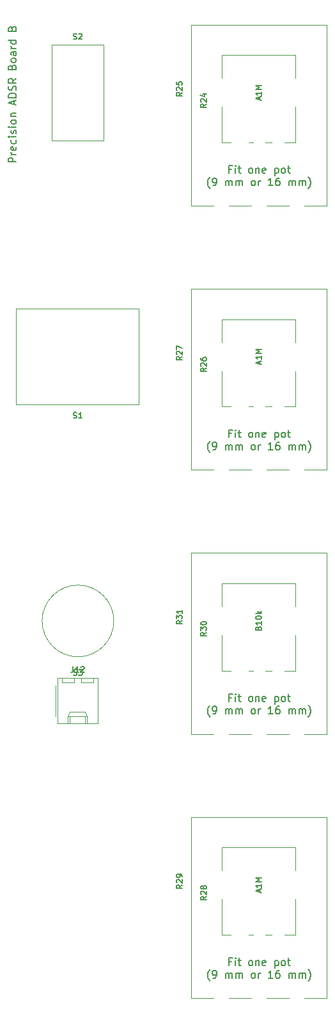
<source format=gbr>
%TF.GenerationSoftware,KiCad,Pcbnew,5.1.10-88a1d61d58~90~ubuntu20.04.1*%
%TF.CreationDate,2021-08-07T13:39:56-04:00*%
%TF.ProjectId,precadsr,70726563-6164-4737-922e-6b696361645f,rev?*%
%TF.SameCoordinates,Original*%
%TF.FileFunction,Legend,Top*%
%TF.FilePolarity,Positive*%
%FSLAX46Y46*%
G04 Gerber Fmt 4.6, Leading zero omitted, Abs format (unit mm)*
G04 Created by KiCad (PCBNEW 5.1.10-88a1d61d58~90~ubuntu20.04.1) date 2021-08-07 13:39:56*
%MOMM*%
%LPD*%
G01*
G04 APERTURE LIST*
%ADD10C,0.150000*%
%ADD11C,0.120000*%
G04 APERTURE END LIST*
D10*
X46371333Y-155157571D02*
X46038000Y-155157571D01*
X46038000Y-155681380D02*
X46038000Y-154681380D01*
X46514190Y-154681380D01*
X46895142Y-155681380D02*
X46895142Y-155014714D01*
X46895142Y-154681380D02*
X46847523Y-154729000D01*
X46895142Y-154776619D01*
X46942761Y-154729000D01*
X46895142Y-154681380D01*
X46895142Y-154776619D01*
X47228476Y-155014714D02*
X47609428Y-155014714D01*
X47371333Y-154681380D02*
X47371333Y-155538523D01*
X47418952Y-155633761D01*
X47514190Y-155681380D01*
X47609428Y-155681380D01*
X48847523Y-155681380D02*
X48752285Y-155633761D01*
X48704666Y-155586142D01*
X48657047Y-155490904D01*
X48657047Y-155205190D01*
X48704666Y-155109952D01*
X48752285Y-155062333D01*
X48847523Y-155014714D01*
X48990380Y-155014714D01*
X49085619Y-155062333D01*
X49133238Y-155109952D01*
X49180857Y-155205190D01*
X49180857Y-155490904D01*
X49133238Y-155586142D01*
X49085619Y-155633761D01*
X48990380Y-155681380D01*
X48847523Y-155681380D01*
X49609428Y-155014714D02*
X49609428Y-155681380D01*
X49609428Y-155109952D02*
X49657047Y-155062333D01*
X49752285Y-155014714D01*
X49895142Y-155014714D01*
X49990380Y-155062333D01*
X50038000Y-155157571D01*
X50038000Y-155681380D01*
X50895142Y-155633761D02*
X50799904Y-155681380D01*
X50609428Y-155681380D01*
X50514190Y-155633761D01*
X50466571Y-155538523D01*
X50466571Y-155157571D01*
X50514190Y-155062333D01*
X50609428Y-155014714D01*
X50799904Y-155014714D01*
X50895142Y-155062333D01*
X50942761Y-155157571D01*
X50942761Y-155252809D01*
X50466571Y-155348047D01*
X52133238Y-155014714D02*
X52133238Y-156014714D01*
X52133238Y-155062333D02*
X52228476Y-155014714D01*
X52418952Y-155014714D01*
X52514190Y-155062333D01*
X52561809Y-155109952D01*
X52609428Y-155205190D01*
X52609428Y-155490904D01*
X52561809Y-155586142D01*
X52514190Y-155633761D01*
X52418952Y-155681380D01*
X52228476Y-155681380D01*
X52133238Y-155633761D01*
X53180857Y-155681380D02*
X53085619Y-155633761D01*
X53038000Y-155586142D01*
X52990380Y-155490904D01*
X52990380Y-155205190D01*
X53038000Y-155109952D01*
X53085619Y-155062333D01*
X53180857Y-155014714D01*
X53323714Y-155014714D01*
X53418952Y-155062333D01*
X53466571Y-155109952D01*
X53514190Y-155205190D01*
X53514190Y-155490904D01*
X53466571Y-155586142D01*
X53418952Y-155633761D01*
X53323714Y-155681380D01*
X53180857Y-155681380D01*
X53799904Y-155014714D02*
X54180857Y-155014714D01*
X53942761Y-154681380D02*
X53942761Y-155538523D01*
X53990380Y-155633761D01*
X54085619Y-155681380D01*
X54180857Y-155681380D01*
X43514190Y-157712333D02*
X43466571Y-157664714D01*
X43371333Y-157521857D01*
X43323714Y-157426619D01*
X43276095Y-157283761D01*
X43228476Y-157045666D01*
X43228476Y-156855190D01*
X43276095Y-156617095D01*
X43323714Y-156474238D01*
X43371333Y-156379000D01*
X43466571Y-156236142D01*
X43514190Y-156188523D01*
X43942761Y-157331380D02*
X44133238Y-157331380D01*
X44228476Y-157283761D01*
X44276095Y-157236142D01*
X44371333Y-157093285D01*
X44418952Y-156902809D01*
X44418952Y-156521857D01*
X44371333Y-156426619D01*
X44323714Y-156379000D01*
X44228476Y-156331380D01*
X44038000Y-156331380D01*
X43942761Y-156379000D01*
X43895142Y-156426619D01*
X43847523Y-156521857D01*
X43847523Y-156759952D01*
X43895142Y-156855190D01*
X43942761Y-156902809D01*
X44038000Y-156950428D01*
X44228476Y-156950428D01*
X44323714Y-156902809D01*
X44371333Y-156855190D01*
X44418952Y-156759952D01*
X45609428Y-157331380D02*
X45609428Y-156664714D01*
X45609428Y-156759952D02*
X45657047Y-156712333D01*
X45752285Y-156664714D01*
X45895142Y-156664714D01*
X45990380Y-156712333D01*
X46038000Y-156807571D01*
X46038000Y-157331380D01*
X46038000Y-156807571D02*
X46085619Y-156712333D01*
X46180857Y-156664714D01*
X46323714Y-156664714D01*
X46418952Y-156712333D01*
X46466571Y-156807571D01*
X46466571Y-157331380D01*
X46942761Y-157331380D02*
X46942761Y-156664714D01*
X46942761Y-156759952D02*
X46990380Y-156712333D01*
X47085619Y-156664714D01*
X47228476Y-156664714D01*
X47323714Y-156712333D01*
X47371333Y-156807571D01*
X47371333Y-157331380D01*
X47371333Y-156807571D02*
X47418952Y-156712333D01*
X47514190Y-156664714D01*
X47657047Y-156664714D01*
X47752285Y-156712333D01*
X47799904Y-156807571D01*
X47799904Y-157331380D01*
X49180857Y-157331380D02*
X49085619Y-157283761D01*
X49038000Y-157236142D01*
X48990380Y-157140904D01*
X48990380Y-156855190D01*
X49038000Y-156759952D01*
X49085619Y-156712333D01*
X49180857Y-156664714D01*
X49323714Y-156664714D01*
X49418952Y-156712333D01*
X49466571Y-156759952D01*
X49514190Y-156855190D01*
X49514190Y-157140904D01*
X49466571Y-157236142D01*
X49418952Y-157283761D01*
X49323714Y-157331380D01*
X49180857Y-157331380D01*
X49942761Y-157331380D02*
X49942761Y-156664714D01*
X49942761Y-156855190D02*
X49990380Y-156759952D01*
X50038000Y-156712333D01*
X50133238Y-156664714D01*
X50228476Y-156664714D01*
X51847523Y-157331380D02*
X51276095Y-157331380D01*
X51561809Y-157331380D02*
X51561809Y-156331380D01*
X51466571Y-156474238D01*
X51371333Y-156569476D01*
X51276095Y-156617095D01*
X52704666Y-156331380D02*
X52514190Y-156331380D01*
X52418952Y-156379000D01*
X52371333Y-156426619D01*
X52276095Y-156569476D01*
X52228476Y-156759952D01*
X52228476Y-157140904D01*
X52276095Y-157236142D01*
X52323714Y-157283761D01*
X52418952Y-157331380D01*
X52609428Y-157331380D01*
X52704666Y-157283761D01*
X52752285Y-157236142D01*
X52799904Y-157140904D01*
X52799904Y-156902809D01*
X52752285Y-156807571D01*
X52704666Y-156759952D01*
X52609428Y-156712333D01*
X52418952Y-156712333D01*
X52323714Y-156759952D01*
X52276095Y-156807571D01*
X52228476Y-156902809D01*
X53990380Y-157331380D02*
X53990380Y-156664714D01*
X53990380Y-156759952D02*
X54038000Y-156712333D01*
X54133238Y-156664714D01*
X54276095Y-156664714D01*
X54371333Y-156712333D01*
X54418952Y-156807571D01*
X54418952Y-157331380D01*
X54418952Y-156807571D02*
X54466571Y-156712333D01*
X54561809Y-156664714D01*
X54704666Y-156664714D01*
X54799904Y-156712333D01*
X54847523Y-156807571D01*
X54847523Y-157331380D01*
X55323714Y-157331380D02*
X55323714Y-156664714D01*
X55323714Y-156759952D02*
X55371333Y-156712333D01*
X55466571Y-156664714D01*
X55609428Y-156664714D01*
X55704666Y-156712333D01*
X55752285Y-156807571D01*
X55752285Y-157331380D01*
X55752285Y-156807571D02*
X55799904Y-156712333D01*
X55895142Y-156664714D01*
X56038000Y-156664714D01*
X56133238Y-156712333D01*
X56180857Y-156807571D01*
X56180857Y-157331380D01*
X56561809Y-157712333D02*
X56609428Y-157664714D01*
X56704666Y-157521857D01*
X56752285Y-157426619D01*
X56799904Y-157283761D01*
X56847523Y-157045666D01*
X56847523Y-156855190D01*
X56799904Y-156617095D01*
X56752285Y-156474238D01*
X56704666Y-156379000D01*
X56609428Y-156236142D01*
X56561809Y-156188523D01*
X46371333Y-120157571D02*
X46038000Y-120157571D01*
X46038000Y-120681380D02*
X46038000Y-119681380D01*
X46514190Y-119681380D01*
X46895142Y-120681380D02*
X46895142Y-120014714D01*
X46895142Y-119681380D02*
X46847523Y-119729000D01*
X46895142Y-119776619D01*
X46942761Y-119729000D01*
X46895142Y-119681380D01*
X46895142Y-119776619D01*
X47228476Y-120014714D02*
X47609428Y-120014714D01*
X47371333Y-119681380D02*
X47371333Y-120538523D01*
X47418952Y-120633761D01*
X47514190Y-120681380D01*
X47609428Y-120681380D01*
X48847523Y-120681380D02*
X48752285Y-120633761D01*
X48704666Y-120586142D01*
X48657047Y-120490904D01*
X48657047Y-120205190D01*
X48704666Y-120109952D01*
X48752285Y-120062333D01*
X48847523Y-120014714D01*
X48990380Y-120014714D01*
X49085619Y-120062333D01*
X49133238Y-120109952D01*
X49180857Y-120205190D01*
X49180857Y-120490904D01*
X49133238Y-120586142D01*
X49085619Y-120633761D01*
X48990380Y-120681380D01*
X48847523Y-120681380D01*
X49609428Y-120014714D02*
X49609428Y-120681380D01*
X49609428Y-120109952D02*
X49657047Y-120062333D01*
X49752285Y-120014714D01*
X49895142Y-120014714D01*
X49990380Y-120062333D01*
X50038000Y-120157571D01*
X50038000Y-120681380D01*
X50895142Y-120633761D02*
X50799904Y-120681380D01*
X50609428Y-120681380D01*
X50514190Y-120633761D01*
X50466571Y-120538523D01*
X50466571Y-120157571D01*
X50514190Y-120062333D01*
X50609428Y-120014714D01*
X50799904Y-120014714D01*
X50895142Y-120062333D01*
X50942761Y-120157571D01*
X50942761Y-120252809D01*
X50466571Y-120348047D01*
X52133238Y-120014714D02*
X52133238Y-121014714D01*
X52133238Y-120062333D02*
X52228476Y-120014714D01*
X52418952Y-120014714D01*
X52514190Y-120062333D01*
X52561809Y-120109952D01*
X52609428Y-120205190D01*
X52609428Y-120490904D01*
X52561809Y-120586142D01*
X52514190Y-120633761D01*
X52418952Y-120681380D01*
X52228476Y-120681380D01*
X52133238Y-120633761D01*
X53180857Y-120681380D02*
X53085619Y-120633761D01*
X53038000Y-120586142D01*
X52990380Y-120490904D01*
X52990380Y-120205190D01*
X53038000Y-120109952D01*
X53085619Y-120062333D01*
X53180857Y-120014714D01*
X53323714Y-120014714D01*
X53418952Y-120062333D01*
X53466571Y-120109952D01*
X53514190Y-120205190D01*
X53514190Y-120490904D01*
X53466571Y-120586142D01*
X53418952Y-120633761D01*
X53323714Y-120681380D01*
X53180857Y-120681380D01*
X53799904Y-120014714D02*
X54180857Y-120014714D01*
X53942761Y-119681380D02*
X53942761Y-120538523D01*
X53990380Y-120633761D01*
X54085619Y-120681380D01*
X54180857Y-120681380D01*
X43514190Y-122712333D02*
X43466571Y-122664714D01*
X43371333Y-122521857D01*
X43323714Y-122426619D01*
X43276095Y-122283761D01*
X43228476Y-122045666D01*
X43228476Y-121855190D01*
X43276095Y-121617095D01*
X43323714Y-121474238D01*
X43371333Y-121379000D01*
X43466571Y-121236142D01*
X43514190Y-121188523D01*
X43942761Y-122331380D02*
X44133238Y-122331380D01*
X44228476Y-122283761D01*
X44276095Y-122236142D01*
X44371333Y-122093285D01*
X44418952Y-121902809D01*
X44418952Y-121521857D01*
X44371333Y-121426619D01*
X44323714Y-121379000D01*
X44228476Y-121331380D01*
X44038000Y-121331380D01*
X43942761Y-121379000D01*
X43895142Y-121426619D01*
X43847523Y-121521857D01*
X43847523Y-121759952D01*
X43895142Y-121855190D01*
X43942761Y-121902809D01*
X44038000Y-121950428D01*
X44228476Y-121950428D01*
X44323714Y-121902809D01*
X44371333Y-121855190D01*
X44418952Y-121759952D01*
X45609428Y-122331380D02*
X45609428Y-121664714D01*
X45609428Y-121759952D02*
X45657047Y-121712333D01*
X45752285Y-121664714D01*
X45895142Y-121664714D01*
X45990380Y-121712333D01*
X46038000Y-121807571D01*
X46038000Y-122331380D01*
X46038000Y-121807571D02*
X46085619Y-121712333D01*
X46180857Y-121664714D01*
X46323714Y-121664714D01*
X46418952Y-121712333D01*
X46466571Y-121807571D01*
X46466571Y-122331380D01*
X46942761Y-122331380D02*
X46942761Y-121664714D01*
X46942761Y-121759952D02*
X46990380Y-121712333D01*
X47085619Y-121664714D01*
X47228476Y-121664714D01*
X47323714Y-121712333D01*
X47371333Y-121807571D01*
X47371333Y-122331380D01*
X47371333Y-121807571D02*
X47418952Y-121712333D01*
X47514190Y-121664714D01*
X47657047Y-121664714D01*
X47752285Y-121712333D01*
X47799904Y-121807571D01*
X47799904Y-122331380D01*
X49180857Y-122331380D02*
X49085619Y-122283761D01*
X49038000Y-122236142D01*
X48990380Y-122140904D01*
X48990380Y-121855190D01*
X49038000Y-121759952D01*
X49085619Y-121712333D01*
X49180857Y-121664714D01*
X49323714Y-121664714D01*
X49418952Y-121712333D01*
X49466571Y-121759952D01*
X49514190Y-121855190D01*
X49514190Y-122140904D01*
X49466571Y-122236142D01*
X49418952Y-122283761D01*
X49323714Y-122331380D01*
X49180857Y-122331380D01*
X49942761Y-122331380D02*
X49942761Y-121664714D01*
X49942761Y-121855190D02*
X49990380Y-121759952D01*
X50038000Y-121712333D01*
X50133238Y-121664714D01*
X50228476Y-121664714D01*
X51847523Y-122331380D02*
X51276095Y-122331380D01*
X51561809Y-122331380D02*
X51561809Y-121331380D01*
X51466571Y-121474238D01*
X51371333Y-121569476D01*
X51276095Y-121617095D01*
X52704666Y-121331380D02*
X52514190Y-121331380D01*
X52418952Y-121379000D01*
X52371333Y-121426619D01*
X52276095Y-121569476D01*
X52228476Y-121759952D01*
X52228476Y-122140904D01*
X52276095Y-122236142D01*
X52323714Y-122283761D01*
X52418952Y-122331380D01*
X52609428Y-122331380D01*
X52704666Y-122283761D01*
X52752285Y-122236142D01*
X52799904Y-122140904D01*
X52799904Y-121902809D01*
X52752285Y-121807571D01*
X52704666Y-121759952D01*
X52609428Y-121712333D01*
X52418952Y-121712333D01*
X52323714Y-121759952D01*
X52276095Y-121807571D01*
X52228476Y-121902809D01*
X53990380Y-122331380D02*
X53990380Y-121664714D01*
X53990380Y-121759952D02*
X54038000Y-121712333D01*
X54133238Y-121664714D01*
X54276095Y-121664714D01*
X54371333Y-121712333D01*
X54418952Y-121807571D01*
X54418952Y-122331380D01*
X54418952Y-121807571D02*
X54466571Y-121712333D01*
X54561809Y-121664714D01*
X54704666Y-121664714D01*
X54799904Y-121712333D01*
X54847523Y-121807571D01*
X54847523Y-122331380D01*
X55323714Y-122331380D02*
X55323714Y-121664714D01*
X55323714Y-121759952D02*
X55371333Y-121712333D01*
X55466571Y-121664714D01*
X55609428Y-121664714D01*
X55704666Y-121712333D01*
X55752285Y-121807571D01*
X55752285Y-122331380D01*
X55752285Y-121807571D02*
X55799904Y-121712333D01*
X55895142Y-121664714D01*
X56038000Y-121664714D01*
X56133238Y-121712333D01*
X56180857Y-121807571D01*
X56180857Y-122331380D01*
X56561809Y-122712333D02*
X56609428Y-122664714D01*
X56704666Y-122521857D01*
X56752285Y-122426619D01*
X56799904Y-122283761D01*
X56847523Y-122045666D01*
X56847523Y-121855190D01*
X56799904Y-121617095D01*
X56752285Y-121474238D01*
X56704666Y-121379000D01*
X56609428Y-121236142D01*
X56561809Y-121188523D01*
X46371333Y-85157571D02*
X46038000Y-85157571D01*
X46038000Y-85681380D02*
X46038000Y-84681380D01*
X46514190Y-84681380D01*
X46895142Y-85681380D02*
X46895142Y-85014714D01*
X46895142Y-84681380D02*
X46847523Y-84729000D01*
X46895142Y-84776619D01*
X46942761Y-84729000D01*
X46895142Y-84681380D01*
X46895142Y-84776619D01*
X47228476Y-85014714D02*
X47609428Y-85014714D01*
X47371333Y-84681380D02*
X47371333Y-85538523D01*
X47418952Y-85633761D01*
X47514190Y-85681380D01*
X47609428Y-85681380D01*
X48847523Y-85681380D02*
X48752285Y-85633761D01*
X48704666Y-85586142D01*
X48657047Y-85490904D01*
X48657047Y-85205190D01*
X48704666Y-85109952D01*
X48752285Y-85062333D01*
X48847523Y-85014714D01*
X48990380Y-85014714D01*
X49085619Y-85062333D01*
X49133238Y-85109952D01*
X49180857Y-85205190D01*
X49180857Y-85490904D01*
X49133238Y-85586142D01*
X49085619Y-85633761D01*
X48990380Y-85681380D01*
X48847523Y-85681380D01*
X49609428Y-85014714D02*
X49609428Y-85681380D01*
X49609428Y-85109952D02*
X49657047Y-85062333D01*
X49752285Y-85014714D01*
X49895142Y-85014714D01*
X49990380Y-85062333D01*
X50038000Y-85157571D01*
X50038000Y-85681380D01*
X50895142Y-85633761D02*
X50799904Y-85681380D01*
X50609428Y-85681380D01*
X50514190Y-85633761D01*
X50466571Y-85538523D01*
X50466571Y-85157571D01*
X50514190Y-85062333D01*
X50609428Y-85014714D01*
X50799904Y-85014714D01*
X50895142Y-85062333D01*
X50942761Y-85157571D01*
X50942761Y-85252809D01*
X50466571Y-85348047D01*
X52133238Y-85014714D02*
X52133238Y-86014714D01*
X52133238Y-85062333D02*
X52228476Y-85014714D01*
X52418952Y-85014714D01*
X52514190Y-85062333D01*
X52561809Y-85109952D01*
X52609428Y-85205190D01*
X52609428Y-85490904D01*
X52561809Y-85586142D01*
X52514190Y-85633761D01*
X52418952Y-85681380D01*
X52228476Y-85681380D01*
X52133238Y-85633761D01*
X53180857Y-85681380D02*
X53085619Y-85633761D01*
X53038000Y-85586142D01*
X52990380Y-85490904D01*
X52990380Y-85205190D01*
X53038000Y-85109952D01*
X53085619Y-85062333D01*
X53180857Y-85014714D01*
X53323714Y-85014714D01*
X53418952Y-85062333D01*
X53466571Y-85109952D01*
X53514190Y-85205190D01*
X53514190Y-85490904D01*
X53466571Y-85586142D01*
X53418952Y-85633761D01*
X53323714Y-85681380D01*
X53180857Y-85681380D01*
X53799904Y-85014714D02*
X54180857Y-85014714D01*
X53942761Y-84681380D02*
X53942761Y-85538523D01*
X53990380Y-85633761D01*
X54085619Y-85681380D01*
X54180857Y-85681380D01*
X43514190Y-87712333D02*
X43466571Y-87664714D01*
X43371333Y-87521857D01*
X43323714Y-87426619D01*
X43276095Y-87283761D01*
X43228476Y-87045666D01*
X43228476Y-86855190D01*
X43276095Y-86617095D01*
X43323714Y-86474238D01*
X43371333Y-86379000D01*
X43466571Y-86236142D01*
X43514190Y-86188523D01*
X43942761Y-87331380D02*
X44133238Y-87331380D01*
X44228476Y-87283761D01*
X44276095Y-87236142D01*
X44371333Y-87093285D01*
X44418952Y-86902809D01*
X44418952Y-86521857D01*
X44371333Y-86426619D01*
X44323714Y-86379000D01*
X44228476Y-86331380D01*
X44038000Y-86331380D01*
X43942761Y-86379000D01*
X43895142Y-86426619D01*
X43847523Y-86521857D01*
X43847523Y-86759952D01*
X43895142Y-86855190D01*
X43942761Y-86902809D01*
X44038000Y-86950428D01*
X44228476Y-86950428D01*
X44323714Y-86902809D01*
X44371333Y-86855190D01*
X44418952Y-86759952D01*
X45609428Y-87331380D02*
X45609428Y-86664714D01*
X45609428Y-86759952D02*
X45657047Y-86712333D01*
X45752285Y-86664714D01*
X45895142Y-86664714D01*
X45990380Y-86712333D01*
X46038000Y-86807571D01*
X46038000Y-87331380D01*
X46038000Y-86807571D02*
X46085619Y-86712333D01*
X46180857Y-86664714D01*
X46323714Y-86664714D01*
X46418952Y-86712333D01*
X46466571Y-86807571D01*
X46466571Y-87331380D01*
X46942761Y-87331380D02*
X46942761Y-86664714D01*
X46942761Y-86759952D02*
X46990380Y-86712333D01*
X47085619Y-86664714D01*
X47228476Y-86664714D01*
X47323714Y-86712333D01*
X47371333Y-86807571D01*
X47371333Y-87331380D01*
X47371333Y-86807571D02*
X47418952Y-86712333D01*
X47514190Y-86664714D01*
X47657047Y-86664714D01*
X47752285Y-86712333D01*
X47799904Y-86807571D01*
X47799904Y-87331380D01*
X49180857Y-87331380D02*
X49085619Y-87283761D01*
X49038000Y-87236142D01*
X48990380Y-87140904D01*
X48990380Y-86855190D01*
X49038000Y-86759952D01*
X49085619Y-86712333D01*
X49180857Y-86664714D01*
X49323714Y-86664714D01*
X49418952Y-86712333D01*
X49466571Y-86759952D01*
X49514190Y-86855190D01*
X49514190Y-87140904D01*
X49466571Y-87236142D01*
X49418952Y-87283761D01*
X49323714Y-87331380D01*
X49180857Y-87331380D01*
X49942761Y-87331380D02*
X49942761Y-86664714D01*
X49942761Y-86855190D02*
X49990380Y-86759952D01*
X50038000Y-86712333D01*
X50133238Y-86664714D01*
X50228476Y-86664714D01*
X51847523Y-87331380D02*
X51276095Y-87331380D01*
X51561809Y-87331380D02*
X51561809Y-86331380D01*
X51466571Y-86474238D01*
X51371333Y-86569476D01*
X51276095Y-86617095D01*
X52704666Y-86331380D02*
X52514190Y-86331380D01*
X52418952Y-86379000D01*
X52371333Y-86426619D01*
X52276095Y-86569476D01*
X52228476Y-86759952D01*
X52228476Y-87140904D01*
X52276095Y-87236142D01*
X52323714Y-87283761D01*
X52418952Y-87331380D01*
X52609428Y-87331380D01*
X52704666Y-87283761D01*
X52752285Y-87236142D01*
X52799904Y-87140904D01*
X52799904Y-86902809D01*
X52752285Y-86807571D01*
X52704666Y-86759952D01*
X52609428Y-86712333D01*
X52418952Y-86712333D01*
X52323714Y-86759952D01*
X52276095Y-86807571D01*
X52228476Y-86902809D01*
X53990380Y-87331380D02*
X53990380Y-86664714D01*
X53990380Y-86759952D02*
X54038000Y-86712333D01*
X54133238Y-86664714D01*
X54276095Y-86664714D01*
X54371333Y-86712333D01*
X54418952Y-86807571D01*
X54418952Y-87331380D01*
X54418952Y-86807571D02*
X54466571Y-86712333D01*
X54561809Y-86664714D01*
X54704666Y-86664714D01*
X54799904Y-86712333D01*
X54847523Y-86807571D01*
X54847523Y-87331380D01*
X55323714Y-87331380D02*
X55323714Y-86664714D01*
X55323714Y-86759952D02*
X55371333Y-86712333D01*
X55466571Y-86664714D01*
X55609428Y-86664714D01*
X55704666Y-86712333D01*
X55752285Y-86807571D01*
X55752285Y-87331380D01*
X55752285Y-86807571D02*
X55799904Y-86712333D01*
X55895142Y-86664714D01*
X56038000Y-86664714D01*
X56133238Y-86712333D01*
X56180857Y-86807571D01*
X56180857Y-87331380D01*
X56561809Y-87712333D02*
X56609428Y-87664714D01*
X56704666Y-87521857D01*
X56752285Y-87426619D01*
X56799904Y-87283761D01*
X56847523Y-87045666D01*
X56847523Y-86855190D01*
X56799904Y-86617095D01*
X56752285Y-86474238D01*
X56704666Y-86379000D01*
X56609428Y-86236142D01*
X56561809Y-86188523D01*
X46371333Y-50157571D02*
X46038000Y-50157571D01*
X46038000Y-50681380D02*
X46038000Y-49681380D01*
X46514190Y-49681380D01*
X46895142Y-50681380D02*
X46895142Y-50014714D01*
X46895142Y-49681380D02*
X46847523Y-49729000D01*
X46895142Y-49776619D01*
X46942761Y-49729000D01*
X46895142Y-49681380D01*
X46895142Y-49776619D01*
X47228476Y-50014714D02*
X47609428Y-50014714D01*
X47371333Y-49681380D02*
X47371333Y-50538523D01*
X47418952Y-50633761D01*
X47514190Y-50681380D01*
X47609428Y-50681380D01*
X48847523Y-50681380D02*
X48752285Y-50633761D01*
X48704666Y-50586142D01*
X48657047Y-50490904D01*
X48657047Y-50205190D01*
X48704666Y-50109952D01*
X48752285Y-50062333D01*
X48847523Y-50014714D01*
X48990380Y-50014714D01*
X49085619Y-50062333D01*
X49133238Y-50109952D01*
X49180857Y-50205190D01*
X49180857Y-50490904D01*
X49133238Y-50586142D01*
X49085619Y-50633761D01*
X48990380Y-50681380D01*
X48847523Y-50681380D01*
X49609428Y-50014714D02*
X49609428Y-50681380D01*
X49609428Y-50109952D02*
X49657047Y-50062333D01*
X49752285Y-50014714D01*
X49895142Y-50014714D01*
X49990380Y-50062333D01*
X50038000Y-50157571D01*
X50038000Y-50681380D01*
X50895142Y-50633761D02*
X50799904Y-50681380D01*
X50609428Y-50681380D01*
X50514190Y-50633761D01*
X50466571Y-50538523D01*
X50466571Y-50157571D01*
X50514190Y-50062333D01*
X50609428Y-50014714D01*
X50799904Y-50014714D01*
X50895142Y-50062333D01*
X50942761Y-50157571D01*
X50942761Y-50252809D01*
X50466571Y-50348047D01*
X52133238Y-50014714D02*
X52133238Y-51014714D01*
X52133238Y-50062333D02*
X52228476Y-50014714D01*
X52418952Y-50014714D01*
X52514190Y-50062333D01*
X52561809Y-50109952D01*
X52609428Y-50205190D01*
X52609428Y-50490904D01*
X52561809Y-50586142D01*
X52514190Y-50633761D01*
X52418952Y-50681380D01*
X52228476Y-50681380D01*
X52133238Y-50633761D01*
X53180857Y-50681380D02*
X53085619Y-50633761D01*
X53038000Y-50586142D01*
X52990380Y-50490904D01*
X52990380Y-50205190D01*
X53038000Y-50109952D01*
X53085619Y-50062333D01*
X53180857Y-50014714D01*
X53323714Y-50014714D01*
X53418952Y-50062333D01*
X53466571Y-50109952D01*
X53514190Y-50205190D01*
X53514190Y-50490904D01*
X53466571Y-50586142D01*
X53418952Y-50633761D01*
X53323714Y-50681380D01*
X53180857Y-50681380D01*
X53799904Y-50014714D02*
X54180857Y-50014714D01*
X53942761Y-49681380D02*
X53942761Y-50538523D01*
X53990380Y-50633761D01*
X54085619Y-50681380D01*
X54180857Y-50681380D01*
X43514190Y-52712333D02*
X43466571Y-52664714D01*
X43371333Y-52521857D01*
X43323714Y-52426619D01*
X43276095Y-52283761D01*
X43228476Y-52045666D01*
X43228476Y-51855190D01*
X43276095Y-51617095D01*
X43323714Y-51474238D01*
X43371333Y-51379000D01*
X43466571Y-51236142D01*
X43514190Y-51188523D01*
X43942761Y-52331380D02*
X44133238Y-52331380D01*
X44228476Y-52283761D01*
X44276095Y-52236142D01*
X44371333Y-52093285D01*
X44418952Y-51902809D01*
X44418952Y-51521857D01*
X44371333Y-51426619D01*
X44323714Y-51379000D01*
X44228476Y-51331380D01*
X44038000Y-51331380D01*
X43942761Y-51379000D01*
X43895142Y-51426619D01*
X43847523Y-51521857D01*
X43847523Y-51759952D01*
X43895142Y-51855190D01*
X43942761Y-51902809D01*
X44038000Y-51950428D01*
X44228476Y-51950428D01*
X44323714Y-51902809D01*
X44371333Y-51855190D01*
X44418952Y-51759952D01*
X45609428Y-52331380D02*
X45609428Y-51664714D01*
X45609428Y-51759952D02*
X45657047Y-51712333D01*
X45752285Y-51664714D01*
X45895142Y-51664714D01*
X45990380Y-51712333D01*
X46038000Y-51807571D01*
X46038000Y-52331380D01*
X46038000Y-51807571D02*
X46085619Y-51712333D01*
X46180857Y-51664714D01*
X46323714Y-51664714D01*
X46418952Y-51712333D01*
X46466571Y-51807571D01*
X46466571Y-52331380D01*
X46942761Y-52331380D02*
X46942761Y-51664714D01*
X46942761Y-51759952D02*
X46990380Y-51712333D01*
X47085619Y-51664714D01*
X47228476Y-51664714D01*
X47323714Y-51712333D01*
X47371333Y-51807571D01*
X47371333Y-52331380D01*
X47371333Y-51807571D02*
X47418952Y-51712333D01*
X47514190Y-51664714D01*
X47657047Y-51664714D01*
X47752285Y-51712333D01*
X47799904Y-51807571D01*
X47799904Y-52331380D01*
X49180857Y-52331380D02*
X49085619Y-52283761D01*
X49038000Y-52236142D01*
X48990380Y-52140904D01*
X48990380Y-51855190D01*
X49038000Y-51759952D01*
X49085619Y-51712333D01*
X49180857Y-51664714D01*
X49323714Y-51664714D01*
X49418952Y-51712333D01*
X49466571Y-51759952D01*
X49514190Y-51855190D01*
X49514190Y-52140904D01*
X49466571Y-52236142D01*
X49418952Y-52283761D01*
X49323714Y-52331380D01*
X49180857Y-52331380D01*
X49942761Y-52331380D02*
X49942761Y-51664714D01*
X49942761Y-51855190D02*
X49990380Y-51759952D01*
X50038000Y-51712333D01*
X50133238Y-51664714D01*
X50228476Y-51664714D01*
X51847523Y-52331380D02*
X51276095Y-52331380D01*
X51561809Y-52331380D02*
X51561809Y-51331380D01*
X51466571Y-51474238D01*
X51371333Y-51569476D01*
X51276095Y-51617095D01*
X52704666Y-51331380D02*
X52514190Y-51331380D01*
X52418952Y-51379000D01*
X52371333Y-51426619D01*
X52276095Y-51569476D01*
X52228476Y-51759952D01*
X52228476Y-52140904D01*
X52276095Y-52236142D01*
X52323714Y-52283761D01*
X52418952Y-52331380D01*
X52609428Y-52331380D01*
X52704666Y-52283761D01*
X52752285Y-52236142D01*
X52799904Y-52140904D01*
X52799904Y-51902809D01*
X52752285Y-51807571D01*
X52704666Y-51759952D01*
X52609428Y-51712333D01*
X52418952Y-51712333D01*
X52323714Y-51759952D01*
X52276095Y-51807571D01*
X52228476Y-51902809D01*
X53990380Y-52331380D02*
X53990380Y-51664714D01*
X53990380Y-51759952D02*
X54038000Y-51712333D01*
X54133238Y-51664714D01*
X54276095Y-51664714D01*
X54371333Y-51712333D01*
X54418952Y-51807571D01*
X54418952Y-52331380D01*
X54418952Y-51807571D02*
X54466571Y-51712333D01*
X54561809Y-51664714D01*
X54704666Y-51664714D01*
X54799904Y-51712333D01*
X54847523Y-51807571D01*
X54847523Y-52331380D01*
X55323714Y-52331380D02*
X55323714Y-51664714D01*
X55323714Y-51759952D02*
X55371333Y-51712333D01*
X55466571Y-51664714D01*
X55609428Y-51664714D01*
X55704666Y-51712333D01*
X55752285Y-51807571D01*
X55752285Y-52331380D01*
X55752285Y-51807571D02*
X55799904Y-51712333D01*
X55895142Y-51664714D01*
X56038000Y-51664714D01*
X56133238Y-51712333D01*
X56180857Y-51807571D01*
X56180857Y-52331380D01*
X56561809Y-52712333D02*
X56609428Y-52664714D01*
X56704666Y-52521857D01*
X56752285Y-52426619D01*
X56799904Y-52283761D01*
X56847523Y-52045666D01*
X56847523Y-51855190D01*
X56799904Y-51617095D01*
X56752285Y-51474238D01*
X56704666Y-51379000D01*
X56609428Y-51236142D01*
X56561809Y-51188523D01*
X17851380Y-49187571D02*
X16851380Y-49187571D01*
X16851380Y-48806619D01*
X16899000Y-48711380D01*
X16946619Y-48663761D01*
X17041857Y-48616142D01*
X17184714Y-48616142D01*
X17279952Y-48663761D01*
X17327571Y-48711380D01*
X17375190Y-48806619D01*
X17375190Y-49187571D01*
X17851380Y-48187571D02*
X17184714Y-48187571D01*
X17375190Y-48187571D02*
X17279952Y-48139952D01*
X17232333Y-48092333D01*
X17184714Y-47997095D01*
X17184714Y-47901857D01*
X17803761Y-47187571D02*
X17851380Y-47282809D01*
X17851380Y-47473285D01*
X17803761Y-47568523D01*
X17708523Y-47616142D01*
X17327571Y-47616142D01*
X17232333Y-47568523D01*
X17184714Y-47473285D01*
X17184714Y-47282809D01*
X17232333Y-47187571D01*
X17327571Y-47139952D01*
X17422809Y-47139952D01*
X17518047Y-47616142D01*
X17803761Y-46282809D02*
X17851380Y-46378047D01*
X17851380Y-46568523D01*
X17803761Y-46663761D01*
X17756142Y-46711380D01*
X17660904Y-46759000D01*
X17375190Y-46759000D01*
X17279952Y-46711380D01*
X17232333Y-46663761D01*
X17184714Y-46568523D01*
X17184714Y-46378047D01*
X17232333Y-46282809D01*
X17851380Y-45854238D02*
X17184714Y-45854238D01*
X16851380Y-45854238D02*
X16899000Y-45901857D01*
X16946619Y-45854238D01*
X16899000Y-45806619D01*
X16851380Y-45854238D01*
X16946619Y-45854238D01*
X17803761Y-45425666D02*
X17851380Y-45330428D01*
X17851380Y-45139952D01*
X17803761Y-45044714D01*
X17708523Y-44997095D01*
X17660904Y-44997095D01*
X17565666Y-45044714D01*
X17518047Y-45139952D01*
X17518047Y-45282809D01*
X17470428Y-45378047D01*
X17375190Y-45425666D01*
X17327571Y-45425666D01*
X17232333Y-45378047D01*
X17184714Y-45282809D01*
X17184714Y-45139952D01*
X17232333Y-45044714D01*
X17851380Y-44568523D02*
X17184714Y-44568523D01*
X16851380Y-44568523D02*
X16899000Y-44616142D01*
X16946619Y-44568523D01*
X16899000Y-44520904D01*
X16851380Y-44568523D01*
X16946619Y-44568523D01*
X17851380Y-43949476D02*
X17803761Y-44044714D01*
X17756142Y-44092333D01*
X17660904Y-44139952D01*
X17375190Y-44139952D01*
X17279952Y-44092333D01*
X17232333Y-44044714D01*
X17184714Y-43949476D01*
X17184714Y-43806619D01*
X17232333Y-43711380D01*
X17279952Y-43663761D01*
X17375190Y-43616142D01*
X17660904Y-43616142D01*
X17756142Y-43663761D01*
X17803761Y-43711380D01*
X17851380Y-43806619D01*
X17851380Y-43949476D01*
X17184714Y-43187571D02*
X17851380Y-43187571D01*
X17279952Y-43187571D02*
X17232333Y-43139952D01*
X17184714Y-43044714D01*
X17184714Y-42901857D01*
X17232333Y-42806619D01*
X17327571Y-42759000D01*
X17851380Y-42759000D01*
X17565666Y-41568523D02*
X17565666Y-41092333D01*
X17851380Y-41663761D02*
X16851380Y-41330428D01*
X17851380Y-40997095D01*
X17851380Y-40663761D02*
X16851380Y-40663761D01*
X16851380Y-40425666D01*
X16899000Y-40282809D01*
X16994238Y-40187571D01*
X17089476Y-40139952D01*
X17279952Y-40092333D01*
X17422809Y-40092333D01*
X17613285Y-40139952D01*
X17708523Y-40187571D01*
X17803761Y-40282809D01*
X17851380Y-40425666D01*
X17851380Y-40663761D01*
X17803761Y-39711380D02*
X17851380Y-39568523D01*
X17851380Y-39330428D01*
X17803761Y-39235190D01*
X17756142Y-39187571D01*
X17660904Y-39139952D01*
X17565666Y-39139952D01*
X17470428Y-39187571D01*
X17422809Y-39235190D01*
X17375190Y-39330428D01*
X17327571Y-39520904D01*
X17279952Y-39616142D01*
X17232333Y-39663761D01*
X17137095Y-39711380D01*
X17041857Y-39711380D01*
X16946619Y-39663761D01*
X16899000Y-39616142D01*
X16851380Y-39520904D01*
X16851380Y-39282809D01*
X16899000Y-39139952D01*
X17851380Y-38139952D02*
X17375190Y-38473285D01*
X17851380Y-38711380D02*
X16851380Y-38711380D01*
X16851380Y-38330428D01*
X16899000Y-38235190D01*
X16946619Y-38187571D01*
X17041857Y-38139952D01*
X17184714Y-38139952D01*
X17279952Y-38187571D01*
X17327571Y-38235190D01*
X17375190Y-38330428D01*
X17375190Y-38711380D01*
X17327571Y-36616142D02*
X17375190Y-36473285D01*
X17422809Y-36425666D01*
X17518047Y-36378047D01*
X17660904Y-36378047D01*
X17756142Y-36425666D01*
X17803761Y-36473285D01*
X17851380Y-36568523D01*
X17851380Y-36949476D01*
X16851380Y-36949476D01*
X16851380Y-36616142D01*
X16899000Y-36520904D01*
X16946619Y-36473285D01*
X17041857Y-36425666D01*
X17137095Y-36425666D01*
X17232333Y-36473285D01*
X17279952Y-36520904D01*
X17327571Y-36616142D01*
X17327571Y-36949476D01*
X17851380Y-35806619D02*
X17803761Y-35901857D01*
X17756142Y-35949476D01*
X17660904Y-35997095D01*
X17375190Y-35997095D01*
X17279952Y-35949476D01*
X17232333Y-35901857D01*
X17184714Y-35806619D01*
X17184714Y-35663761D01*
X17232333Y-35568523D01*
X17279952Y-35520904D01*
X17375190Y-35473285D01*
X17660904Y-35473285D01*
X17756142Y-35520904D01*
X17803761Y-35568523D01*
X17851380Y-35663761D01*
X17851380Y-35806619D01*
X17851380Y-34616142D02*
X17327571Y-34616142D01*
X17232333Y-34663761D01*
X17184714Y-34759000D01*
X17184714Y-34949476D01*
X17232333Y-35044714D01*
X17803761Y-34616142D02*
X17851380Y-34711380D01*
X17851380Y-34949476D01*
X17803761Y-35044714D01*
X17708523Y-35092333D01*
X17613285Y-35092333D01*
X17518047Y-35044714D01*
X17470428Y-34949476D01*
X17470428Y-34711380D01*
X17422809Y-34616142D01*
X17851380Y-34139952D02*
X17184714Y-34139952D01*
X17375190Y-34139952D02*
X17279952Y-34092333D01*
X17232333Y-34044714D01*
X17184714Y-33949476D01*
X17184714Y-33854238D01*
X17851380Y-33092333D02*
X16851380Y-33092333D01*
X17803761Y-33092333D02*
X17851380Y-33187571D01*
X17851380Y-33378047D01*
X17803761Y-33473285D01*
X17756142Y-33520904D01*
X17660904Y-33568523D01*
X17375190Y-33568523D01*
X17279952Y-33520904D01*
X17232333Y-33473285D01*
X17184714Y-33378047D01*
X17184714Y-33187571D01*
X17232333Y-33092333D01*
X17327571Y-31520904D02*
X17375190Y-31378047D01*
X17422809Y-31330428D01*
X17518047Y-31282809D01*
X17660904Y-31282809D01*
X17756142Y-31330428D01*
X17803761Y-31378047D01*
X17851380Y-31473285D01*
X17851380Y-31854238D01*
X16851380Y-31854238D01*
X16851380Y-31520904D01*
X16899000Y-31425666D01*
X16946619Y-31378047D01*
X17041857Y-31330428D01*
X17137095Y-31330428D01*
X17232333Y-31378047D01*
X17279952Y-31425666D01*
X17327571Y-31520904D01*
X17327571Y-31854238D01*
D11*
%TO.C,S1*%
X17870000Y-81350000D02*
X17870000Y-68650000D01*
X17870000Y-68650000D02*
X34130000Y-68660000D01*
X34130000Y-68660000D02*
X34130000Y-81350000D01*
X34130000Y-81350000D02*
X17870000Y-81350000D01*
X20165000Y-81350000D02*
X20165000Y-81340000D01*
%TO.C,S2*%
X29430000Y-33650000D02*
X29430000Y-46350000D01*
X29430000Y-46350000D02*
X22570000Y-46350000D01*
X22570000Y-46340000D02*
X22570000Y-33650000D01*
X22570000Y-33650000D02*
X29420000Y-33650000D01*
X29420000Y-33650000D02*
X29420000Y-33660000D01*
%TO.C,S3*%
X30795000Y-110015000D02*
G75*
G03*
X30795000Y-110015000I-4750000J0D01*
G01*
%TO.C,R30*%
X51660000Y-116620000D02*
X50830000Y-116620000D01*
X49210000Y-116620000D02*
X48680000Y-116620000D01*
X46310000Y-116620000D02*
X45130000Y-116620000D01*
X54870000Y-116620000D02*
X54870000Y-111900000D01*
X45130000Y-108090000D02*
X45130000Y-105030000D01*
X45120000Y-116620000D02*
X45120000Y-111900000D01*
X54870000Y-108090000D02*
X54870000Y-105030000D01*
X54870000Y-116620000D02*
X53380000Y-116620000D01*
X54870000Y-105030000D02*
X45130000Y-105030000D01*
%TO.C,R26*%
X51660000Y-81620000D02*
X50830000Y-81620000D01*
X49210000Y-81620000D02*
X48680000Y-81620000D01*
X46310000Y-81620000D02*
X45130000Y-81620000D01*
X54870000Y-81620000D02*
X54870000Y-76900000D01*
X45130000Y-73090000D02*
X45130000Y-70030000D01*
X45120000Y-81620000D02*
X45120000Y-76900000D01*
X54870000Y-73090000D02*
X54870000Y-70030000D01*
X54870000Y-81620000D02*
X53380000Y-81620000D01*
X54870000Y-70030000D02*
X45130000Y-70030000D01*
%TO.C,R28*%
X51660000Y-151620000D02*
X50830000Y-151620000D01*
X49210000Y-151620000D02*
X48680000Y-151620000D01*
X46310000Y-151620000D02*
X45130000Y-151620000D01*
X54870000Y-151620000D02*
X54870000Y-146900000D01*
X45130000Y-143090000D02*
X45130000Y-140030000D01*
X45120000Y-151620000D02*
X45120000Y-146900000D01*
X54870000Y-143090000D02*
X54870000Y-140030000D01*
X54870000Y-151620000D02*
X53380000Y-151620000D01*
X54870000Y-140030000D02*
X45130000Y-140030000D01*
%TO.C,R24*%
X51660000Y-46620000D02*
X50830000Y-46620000D01*
X49210000Y-46620000D02*
X48680000Y-46620000D01*
X46310000Y-46620000D02*
X45130000Y-46620000D01*
X54870000Y-46620000D02*
X54870000Y-41900000D01*
X45130000Y-38090000D02*
X45130000Y-35030000D01*
X45120000Y-46620000D02*
X45120000Y-41900000D01*
X54870000Y-38090000D02*
X54870000Y-35030000D01*
X54870000Y-46620000D02*
X53380000Y-46620000D01*
X54870000Y-35030000D02*
X45130000Y-35030000D01*
%TO.C,J12*%
X28068000Y-118187000D02*
X28068000Y-117587000D01*
X26468000Y-118187000D02*
X28068000Y-118187000D01*
X26468000Y-117587000D02*
X26468000Y-118187000D01*
X25528000Y-118187000D02*
X25528000Y-117587000D01*
X23928000Y-118187000D02*
X25528000Y-118187000D01*
X23928000Y-117587000D02*
X23928000Y-118187000D01*
X27018000Y-123607000D02*
X27018000Y-122607000D01*
X24978000Y-123607000D02*
X24978000Y-122607000D01*
X27018000Y-122077000D02*
X27268000Y-122607000D01*
X24978000Y-122077000D02*
X27018000Y-122077000D01*
X24728000Y-122607000D02*
X24978000Y-122077000D01*
X27268000Y-122607000D02*
X27268000Y-123607000D01*
X24728000Y-122607000D02*
X27268000Y-122607000D01*
X24728000Y-123607000D02*
X24728000Y-122607000D01*
X23058000Y-118617000D02*
X23058000Y-122617000D01*
X28648000Y-117587000D02*
X23348000Y-117587000D01*
X28648000Y-123607000D02*
X28648000Y-117587000D01*
X23348000Y-123607000D02*
X28648000Y-123607000D01*
X23348000Y-117587000D02*
X23348000Y-123607000D01*
%TO.C,R31*%
X44000000Y-125000000D02*
X41000000Y-125000000D01*
X49000000Y-125000000D02*
X46000000Y-125000000D01*
X54000000Y-125000000D02*
X51000000Y-125000000D01*
X59000000Y-125000000D02*
X56000000Y-125000000D01*
X59000000Y-101000000D02*
X59000000Y-125000000D01*
X41000000Y-101000000D02*
X59000000Y-101000000D01*
X41000000Y-125000000D02*
X41000000Y-101000000D01*
%TO.C,R27*%
X44000000Y-90000000D02*
X41000000Y-90000000D01*
X49000000Y-90000000D02*
X46000000Y-90000000D01*
X54000000Y-90000000D02*
X51000000Y-90000000D01*
X59000000Y-90000000D02*
X56000000Y-90000000D01*
X59000000Y-66000000D02*
X59000000Y-90000000D01*
X41000000Y-66000000D02*
X59000000Y-66000000D01*
X41000000Y-90000000D02*
X41000000Y-66000000D01*
%TO.C,R25*%
X44000000Y-55000000D02*
X41000000Y-55000000D01*
X49000000Y-55000000D02*
X46000000Y-55000000D01*
X54000000Y-55000000D02*
X51000000Y-55000000D01*
X59000000Y-55000000D02*
X56000000Y-55000000D01*
X59000000Y-31000000D02*
X59000000Y-55000000D01*
X41000000Y-31000000D02*
X59000000Y-31000000D01*
X41000000Y-55000000D02*
X41000000Y-31000000D01*
%TO.C,R29*%
X44000000Y-160000000D02*
X41000000Y-160000000D01*
X49000000Y-160000000D02*
X46000000Y-160000000D01*
X54000000Y-160000000D02*
X51000000Y-160000000D01*
X59000000Y-160000000D02*
X56000000Y-160000000D01*
X59000000Y-136000000D02*
X59000000Y-160000000D01*
X41000000Y-136000000D02*
X59000000Y-136000000D01*
X41000000Y-160000000D02*
X41000000Y-136000000D01*
%TO.C,S1*%
D10*
X25428571Y-83103571D02*
X25535714Y-83139285D01*
X25714285Y-83139285D01*
X25785714Y-83103571D01*
X25821428Y-83067857D01*
X25857142Y-82996428D01*
X25857142Y-82925000D01*
X25821428Y-82853571D01*
X25785714Y-82817857D01*
X25714285Y-82782142D01*
X25571428Y-82746428D01*
X25500000Y-82710714D01*
X25464285Y-82675000D01*
X25428571Y-82603571D01*
X25428571Y-82532142D01*
X25464285Y-82460714D01*
X25500000Y-82425000D01*
X25571428Y-82389285D01*
X25750000Y-82389285D01*
X25857142Y-82425000D01*
X26571428Y-83139285D02*
X26142857Y-83139285D01*
X26357142Y-83139285D02*
X26357142Y-82389285D01*
X26285714Y-82496428D01*
X26214285Y-82567857D01*
X26142857Y-82603571D01*
%TO.C,S2*%
X25428571Y-32903571D02*
X25535714Y-32939285D01*
X25714285Y-32939285D01*
X25785714Y-32903571D01*
X25821428Y-32867857D01*
X25857142Y-32796428D01*
X25857142Y-32725000D01*
X25821428Y-32653571D01*
X25785714Y-32617857D01*
X25714285Y-32582142D01*
X25571428Y-32546428D01*
X25500000Y-32510714D01*
X25464285Y-32475000D01*
X25428571Y-32403571D01*
X25428571Y-32332142D01*
X25464285Y-32260714D01*
X25500000Y-32225000D01*
X25571428Y-32189285D01*
X25750000Y-32189285D01*
X25857142Y-32225000D01*
X26142857Y-32260714D02*
X26178571Y-32225000D01*
X26250000Y-32189285D01*
X26428571Y-32189285D01*
X26500000Y-32225000D01*
X26535714Y-32260714D01*
X26571428Y-32332142D01*
X26571428Y-32403571D01*
X26535714Y-32510714D01*
X26107142Y-32939285D01*
X26571428Y-32939285D01*
%TO.C,S3*%
X25473571Y-117176571D02*
X25580714Y-117212285D01*
X25759285Y-117212285D01*
X25830714Y-117176571D01*
X25866428Y-117140857D01*
X25902142Y-117069428D01*
X25902142Y-116998000D01*
X25866428Y-116926571D01*
X25830714Y-116890857D01*
X25759285Y-116855142D01*
X25616428Y-116819428D01*
X25545000Y-116783714D01*
X25509285Y-116748000D01*
X25473571Y-116676571D01*
X25473571Y-116605142D01*
X25509285Y-116533714D01*
X25545000Y-116498000D01*
X25616428Y-116462285D01*
X25795000Y-116462285D01*
X25902142Y-116498000D01*
X26152142Y-116462285D02*
X26616428Y-116462285D01*
X26366428Y-116748000D01*
X26473571Y-116748000D01*
X26545000Y-116783714D01*
X26580714Y-116819428D01*
X26616428Y-116890857D01*
X26616428Y-117069428D01*
X26580714Y-117140857D01*
X26545000Y-117176571D01*
X26473571Y-117212285D01*
X26259285Y-117212285D01*
X26187857Y-117176571D01*
X26152142Y-117140857D01*
%TO.C,R30*%
X43039285Y-111532142D02*
X42682142Y-111782142D01*
X43039285Y-111960714D02*
X42289285Y-111960714D01*
X42289285Y-111675000D01*
X42325000Y-111603571D01*
X42360714Y-111567857D01*
X42432142Y-111532142D01*
X42539285Y-111532142D01*
X42610714Y-111567857D01*
X42646428Y-111603571D01*
X42682142Y-111675000D01*
X42682142Y-111960714D01*
X42289285Y-111282142D02*
X42289285Y-110817857D01*
X42575000Y-111067857D01*
X42575000Y-110960714D01*
X42610714Y-110889285D01*
X42646428Y-110853571D01*
X42717857Y-110817857D01*
X42896428Y-110817857D01*
X42967857Y-110853571D01*
X43003571Y-110889285D01*
X43039285Y-110960714D01*
X43039285Y-111175000D01*
X43003571Y-111246428D01*
X42967857Y-111282142D01*
X42289285Y-110353571D02*
X42289285Y-110282142D01*
X42325000Y-110210714D01*
X42360714Y-110175000D01*
X42432142Y-110139285D01*
X42575000Y-110103571D01*
X42753571Y-110103571D01*
X42896428Y-110139285D01*
X42967857Y-110175000D01*
X43003571Y-110210714D01*
X43039285Y-110282142D01*
X43039285Y-110353571D01*
X43003571Y-110425000D01*
X42967857Y-110460714D01*
X42896428Y-110496428D01*
X42753571Y-110532142D01*
X42575000Y-110532142D01*
X42432142Y-110496428D01*
X42360714Y-110460714D01*
X42325000Y-110425000D01*
X42289285Y-110353571D01*
%TO.C,R26*%
X43039285Y-76532142D02*
X42682142Y-76782142D01*
X43039285Y-76960714D02*
X42289285Y-76960714D01*
X42289285Y-76675000D01*
X42325000Y-76603571D01*
X42360714Y-76567857D01*
X42432142Y-76532142D01*
X42539285Y-76532142D01*
X42610714Y-76567857D01*
X42646428Y-76603571D01*
X42682142Y-76675000D01*
X42682142Y-76960714D01*
X42360714Y-76246428D02*
X42325000Y-76210714D01*
X42289285Y-76139285D01*
X42289285Y-75960714D01*
X42325000Y-75889285D01*
X42360714Y-75853571D01*
X42432142Y-75817857D01*
X42503571Y-75817857D01*
X42610714Y-75853571D01*
X43039285Y-76282142D01*
X43039285Y-75817857D01*
X42289285Y-75175000D02*
X42289285Y-75317857D01*
X42325000Y-75389285D01*
X42360714Y-75425000D01*
X42467857Y-75496428D01*
X42610714Y-75532142D01*
X42896428Y-75532142D01*
X42967857Y-75496428D01*
X43003571Y-75460714D01*
X43039285Y-75389285D01*
X43039285Y-75246428D01*
X43003571Y-75175000D01*
X42967857Y-75139285D01*
X42896428Y-75103571D01*
X42717857Y-75103571D01*
X42646428Y-75139285D01*
X42610714Y-75175000D01*
X42575000Y-75246428D01*
X42575000Y-75389285D01*
X42610714Y-75460714D01*
X42646428Y-75496428D01*
X42717857Y-75532142D01*
%TO.C,R28*%
X43039285Y-146532142D02*
X42682142Y-146782142D01*
X43039285Y-146960714D02*
X42289285Y-146960714D01*
X42289285Y-146675000D01*
X42325000Y-146603571D01*
X42360714Y-146567857D01*
X42432142Y-146532142D01*
X42539285Y-146532142D01*
X42610714Y-146567857D01*
X42646428Y-146603571D01*
X42682142Y-146675000D01*
X42682142Y-146960714D01*
X42360714Y-146246428D02*
X42325000Y-146210714D01*
X42289285Y-146139285D01*
X42289285Y-145960714D01*
X42325000Y-145889285D01*
X42360714Y-145853571D01*
X42432142Y-145817857D01*
X42503571Y-145817857D01*
X42610714Y-145853571D01*
X43039285Y-146282142D01*
X43039285Y-145817857D01*
X42610714Y-145389285D02*
X42575000Y-145460714D01*
X42539285Y-145496428D01*
X42467857Y-145532142D01*
X42432142Y-145532142D01*
X42360714Y-145496428D01*
X42325000Y-145460714D01*
X42289285Y-145389285D01*
X42289285Y-145246428D01*
X42325000Y-145175000D01*
X42360714Y-145139285D01*
X42432142Y-145103571D01*
X42467857Y-145103571D01*
X42539285Y-145139285D01*
X42575000Y-145175000D01*
X42610714Y-145246428D01*
X42610714Y-145389285D01*
X42646428Y-145460714D01*
X42682142Y-145496428D01*
X42753571Y-145532142D01*
X42896428Y-145532142D01*
X42967857Y-145496428D01*
X43003571Y-145460714D01*
X43039285Y-145389285D01*
X43039285Y-145246428D01*
X43003571Y-145175000D01*
X42967857Y-145139285D01*
X42896428Y-145103571D01*
X42753571Y-145103571D01*
X42682142Y-145139285D01*
X42646428Y-145175000D01*
X42610714Y-145246428D01*
%TO.C,R24*%
X43039285Y-41532142D02*
X42682142Y-41782142D01*
X43039285Y-41960714D02*
X42289285Y-41960714D01*
X42289285Y-41675000D01*
X42325000Y-41603571D01*
X42360714Y-41567857D01*
X42432142Y-41532142D01*
X42539285Y-41532142D01*
X42610714Y-41567857D01*
X42646428Y-41603571D01*
X42682142Y-41675000D01*
X42682142Y-41960714D01*
X42360714Y-41246428D02*
X42325000Y-41210714D01*
X42289285Y-41139285D01*
X42289285Y-40960714D01*
X42325000Y-40889285D01*
X42360714Y-40853571D01*
X42432142Y-40817857D01*
X42503571Y-40817857D01*
X42610714Y-40853571D01*
X43039285Y-41282142D01*
X43039285Y-40817857D01*
X42539285Y-40175000D02*
X43039285Y-40175000D01*
X42253571Y-40353571D02*
X42789285Y-40532142D01*
X42789285Y-40067857D01*
%TO.C,J12*%
X25390857Y-116086285D02*
X25390857Y-116622000D01*
X25355142Y-116729142D01*
X25283714Y-116800571D01*
X25176571Y-116836285D01*
X25105142Y-116836285D01*
X26140857Y-116836285D02*
X25712285Y-116836285D01*
X25926571Y-116836285D02*
X25926571Y-116086285D01*
X25855142Y-116193428D01*
X25783714Y-116264857D01*
X25712285Y-116300571D01*
X26426571Y-116157714D02*
X26462285Y-116122000D01*
X26533714Y-116086285D01*
X26712285Y-116086285D01*
X26783714Y-116122000D01*
X26819428Y-116157714D01*
X26855142Y-116229142D01*
X26855142Y-116300571D01*
X26819428Y-116407714D01*
X26390857Y-116836285D01*
X26855142Y-116836285D01*
%TO.C,R31*%
X39839285Y-109982142D02*
X39482142Y-110232142D01*
X39839285Y-110410714D02*
X39089285Y-110410714D01*
X39089285Y-110125000D01*
X39125000Y-110053571D01*
X39160714Y-110017857D01*
X39232142Y-109982142D01*
X39339285Y-109982142D01*
X39410714Y-110017857D01*
X39446428Y-110053571D01*
X39482142Y-110125000D01*
X39482142Y-110410714D01*
X39089285Y-109732142D02*
X39089285Y-109267857D01*
X39375000Y-109517857D01*
X39375000Y-109410714D01*
X39410714Y-109339285D01*
X39446428Y-109303571D01*
X39517857Y-109267857D01*
X39696428Y-109267857D01*
X39767857Y-109303571D01*
X39803571Y-109339285D01*
X39839285Y-109410714D01*
X39839285Y-109625000D01*
X39803571Y-109696428D01*
X39767857Y-109732142D01*
X39839285Y-108553571D02*
X39839285Y-108982142D01*
X39839285Y-108767857D02*
X39089285Y-108767857D01*
X39196428Y-108839285D01*
X39267857Y-108910714D01*
X39303571Y-108982142D01*
X49946428Y-110964285D02*
X49982142Y-110857142D01*
X50017857Y-110821428D01*
X50089285Y-110785714D01*
X50196428Y-110785714D01*
X50267857Y-110821428D01*
X50303571Y-110857142D01*
X50339285Y-110928571D01*
X50339285Y-111214285D01*
X49589285Y-111214285D01*
X49589285Y-110964285D01*
X49625000Y-110892857D01*
X49660714Y-110857142D01*
X49732142Y-110821428D01*
X49803571Y-110821428D01*
X49875000Y-110857142D01*
X49910714Y-110892857D01*
X49946428Y-110964285D01*
X49946428Y-111214285D01*
X50339285Y-110071428D02*
X50339285Y-110500000D01*
X50339285Y-110285714D02*
X49589285Y-110285714D01*
X49696428Y-110357142D01*
X49767857Y-110428571D01*
X49803571Y-110500000D01*
X49589285Y-109607142D02*
X49589285Y-109535714D01*
X49625000Y-109464285D01*
X49660714Y-109428571D01*
X49732142Y-109392857D01*
X49875000Y-109357142D01*
X50053571Y-109357142D01*
X50196428Y-109392857D01*
X50267857Y-109428571D01*
X50303571Y-109464285D01*
X50339285Y-109535714D01*
X50339285Y-109607142D01*
X50303571Y-109678571D01*
X50267857Y-109714285D01*
X50196428Y-109750000D01*
X50053571Y-109785714D01*
X49875000Y-109785714D01*
X49732142Y-109750000D01*
X49660714Y-109714285D01*
X49625000Y-109678571D01*
X49589285Y-109607142D01*
X50339285Y-109035714D02*
X49589285Y-109035714D01*
X50053571Y-108964285D02*
X50339285Y-108750000D01*
X49839285Y-108750000D02*
X50125000Y-109035714D01*
%TO.C,R27*%
X39839285Y-74982142D02*
X39482142Y-75232142D01*
X39839285Y-75410714D02*
X39089285Y-75410714D01*
X39089285Y-75125000D01*
X39125000Y-75053571D01*
X39160714Y-75017857D01*
X39232142Y-74982142D01*
X39339285Y-74982142D01*
X39410714Y-75017857D01*
X39446428Y-75053571D01*
X39482142Y-75125000D01*
X39482142Y-75410714D01*
X39160714Y-74696428D02*
X39125000Y-74660714D01*
X39089285Y-74589285D01*
X39089285Y-74410714D01*
X39125000Y-74339285D01*
X39160714Y-74303571D01*
X39232142Y-74267857D01*
X39303571Y-74267857D01*
X39410714Y-74303571D01*
X39839285Y-74732142D01*
X39839285Y-74267857D01*
X39089285Y-74017857D02*
X39089285Y-73517857D01*
X39839285Y-73839285D01*
X50125000Y-75964285D02*
X50125000Y-75607142D01*
X50339285Y-76035714D02*
X49589285Y-75785714D01*
X50339285Y-75535714D01*
X50339285Y-74892857D02*
X50339285Y-75321428D01*
X50339285Y-75107142D02*
X49589285Y-75107142D01*
X49696428Y-75178571D01*
X49767857Y-75250000D01*
X49803571Y-75321428D01*
X50339285Y-74571428D02*
X49589285Y-74571428D01*
X50125000Y-74321428D01*
X49589285Y-74071428D01*
X50339285Y-74071428D01*
%TO.C,R25*%
X39839285Y-39982142D02*
X39482142Y-40232142D01*
X39839285Y-40410714D02*
X39089285Y-40410714D01*
X39089285Y-40125000D01*
X39125000Y-40053571D01*
X39160714Y-40017857D01*
X39232142Y-39982142D01*
X39339285Y-39982142D01*
X39410714Y-40017857D01*
X39446428Y-40053571D01*
X39482142Y-40125000D01*
X39482142Y-40410714D01*
X39160714Y-39696428D02*
X39125000Y-39660714D01*
X39089285Y-39589285D01*
X39089285Y-39410714D01*
X39125000Y-39339285D01*
X39160714Y-39303571D01*
X39232142Y-39267857D01*
X39303571Y-39267857D01*
X39410714Y-39303571D01*
X39839285Y-39732142D01*
X39839285Y-39267857D01*
X39089285Y-38589285D02*
X39089285Y-38946428D01*
X39446428Y-38982142D01*
X39410714Y-38946428D01*
X39375000Y-38875000D01*
X39375000Y-38696428D01*
X39410714Y-38625000D01*
X39446428Y-38589285D01*
X39517857Y-38553571D01*
X39696428Y-38553571D01*
X39767857Y-38589285D01*
X39803571Y-38625000D01*
X39839285Y-38696428D01*
X39839285Y-38875000D01*
X39803571Y-38946428D01*
X39767857Y-38982142D01*
X50125000Y-40964285D02*
X50125000Y-40607142D01*
X50339285Y-41035714D02*
X49589285Y-40785714D01*
X50339285Y-40535714D01*
X50339285Y-39892857D02*
X50339285Y-40321428D01*
X50339285Y-40107142D02*
X49589285Y-40107142D01*
X49696428Y-40178571D01*
X49767857Y-40250000D01*
X49803571Y-40321428D01*
X50339285Y-39571428D02*
X49589285Y-39571428D01*
X50125000Y-39321428D01*
X49589285Y-39071428D01*
X50339285Y-39071428D01*
%TO.C,R29*%
X39839285Y-144982142D02*
X39482142Y-145232142D01*
X39839285Y-145410714D02*
X39089285Y-145410714D01*
X39089285Y-145125000D01*
X39125000Y-145053571D01*
X39160714Y-145017857D01*
X39232142Y-144982142D01*
X39339285Y-144982142D01*
X39410714Y-145017857D01*
X39446428Y-145053571D01*
X39482142Y-145125000D01*
X39482142Y-145410714D01*
X39160714Y-144696428D02*
X39125000Y-144660714D01*
X39089285Y-144589285D01*
X39089285Y-144410714D01*
X39125000Y-144339285D01*
X39160714Y-144303571D01*
X39232142Y-144267857D01*
X39303571Y-144267857D01*
X39410714Y-144303571D01*
X39839285Y-144732142D01*
X39839285Y-144267857D01*
X39839285Y-143910714D02*
X39839285Y-143767857D01*
X39803571Y-143696428D01*
X39767857Y-143660714D01*
X39660714Y-143589285D01*
X39517857Y-143553571D01*
X39232142Y-143553571D01*
X39160714Y-143589285D01*
X39125000Y-143625000D01*
X39089285Y-143696428D01*
X39089285Y-143839285D01*
X39125000Y-143910714D01*
X39160714Y-143946428D01*
X39232142Y-143982142D01*
X39410714Y-143982142D01*
X39482142Y-143946428D01*
X39517857Y-143910714D01*
X39553571Y-143839285D01*
X39553571Y-143696428D01*
X39517857Y-143625000D01*
X39482142Y-143589285D01*
X39410714Y-143553571D01*
X50125000Y-145964285D02*
X50125000Y-145607142D01*
X50339285Y-146035714D02*
X49589285Y-145785714D01*
X50339285Y-145535714D01*
X50339285Y-144892857D02*
X50339285Y-145321428D01*
X50339285Y-145107142D02*
X49589285Y-145107142D01*
X49696428Y-145178571D01*
X49767857Y-145250000D01*
X49803571Y-145321428D01*
X50339285Y-144571428D02*
X49589285Y-144571428D01*
X50125000Y-144321428D01*
X49589285Y-144071428D01*
X50339285Y-144071428D01*
%TD*%
M02*

</source>
